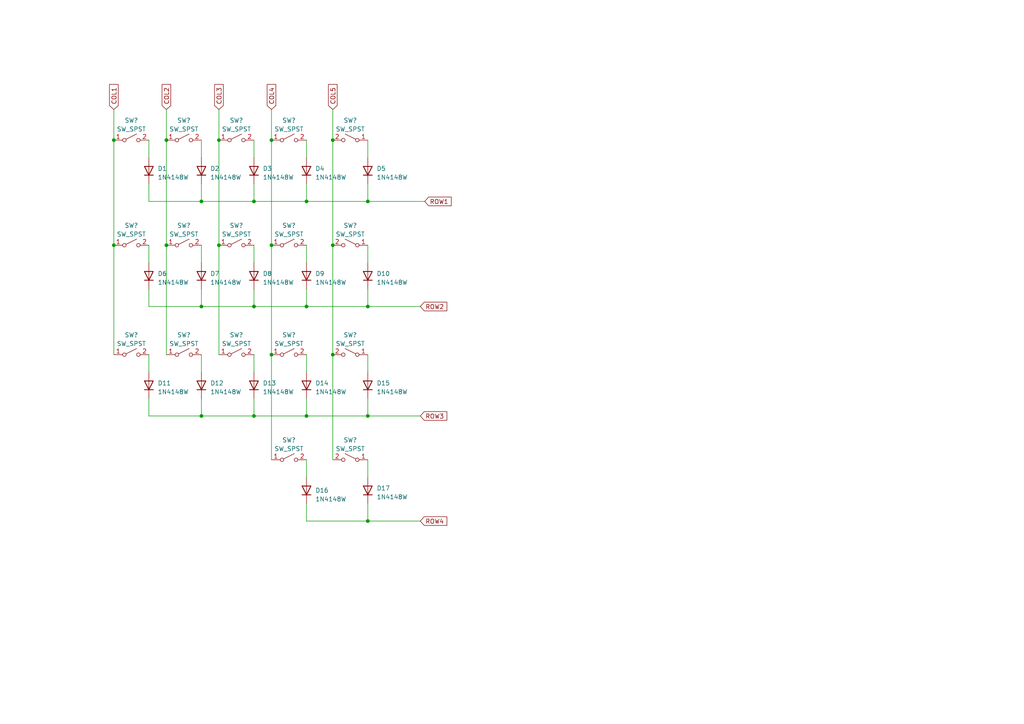
<source format=kicad_sch>
(kicad_sch (version 20230121) (generator eeschema)
  (paper "A4")
  (lib_symbols
    (symbol "Diode:1N4148W" (pin_numbers hide) (pin_names hide)
      (property "Reference" "D" (at 0 2.54 0))
      (property "Value" "1N4148W" (at 0 -2.54 0))
      (symbol "1N4148W_0_1"
        (polyline (pts (xy -1.27 1.27) (xy -1.27 -1.27)) (stroke (width 0.254)))
        (polyline (pts (xy 1.27 0) (xy -1.27 0)))
        (polyline (pts (xy 1.27 1.27) (xy 1.27 -1.27) (xy -1.27 0) (xy 1.27 1.27)) (stroke (width 0.254)))
      )
      (symbol "1N4148W_1_1"
        (pin passive line (at -3.81 0 0) (length 2.54) (name "K") (number "1"))
        (pin passive line (at 3.81 0 180) (length 2.54) (name "A") (number "2"))
      )
    )
    (symbol "Switch:SW_SPST" (pin_names (offset 0) hide)
      (property "Reference" "SW" (at 0 3.175 0))
      (property "Value" "SW_SPST" (at 0 -2.54 0))
      (symbol "SW_SPST_0_0"
        (circle (center -2.032 0) (radius 0.508))
        (polyline (pts (xy -1.524 0.254) (xy 1.524 1.778)))
        (circle (center 2.032 0) (radius 0.508))
      )
      (symbol "SW_SPST_1_1"
        (pin passive line (at -5.08 0 0) (length 2.54) (name "A") (number "1"))
        (pin passive line (at 5.08 0 180) (length 2.54) (name "B") (number "2"))
      )
    )
  )
  (junction (at 96.52 71.12))
  (junction (at 73.66 120.65))
  (junction (at 58.42 88.9))
  (junction (at 63.5 71.12))
  (junction (at 88.9 88.9))
  (junction (at 33.02 40.64))
  (junction (at 106.68 88.9))
  (junction (at 96.52 40.64))
  (junction (at 88.9 120.65))
  (junction (at 106.68 120.65))
  (junction (at 73.66 88.9))
  (junction (at 78.74 102.87))
  (junction (at 58.42 120.65))
  (junction (at 33.02 71.12))
  (junction (at 88.9 58.42))
  (junction (at 63.5 40.64))
  (junction (at 48.26 71.12))
  (junction (at 78.74 71.12))
  (junction (at 73.66 58.42))
  (junction (at 48.26 40.64))
  (junction (at 106.68 58.42))
  (junction (at 96.52 102.87))
  (junction (at 78.74 40.64))
  (junction (at 58.42 58.42))
  (junction (at 106.68 151.13))
  (wire (pts (xy 106.68 83.82) (xy 106.68 88.9)))
  (wire (pts (xy 43.18 58.42) (xy 58.42 58.42)))
  (wire (pts (xy 43.18 102.87) (xy 43.18 107.95)))
  (wire (pts (xy 58.42 102.87) (xy 58.42 107.95)))
  (wire (pts (xy 78.74 40.64) (xy 78.74 71.12)))
  (wire (pts (xy 48.26 31.75) (xy 48.26 40.64)))
  (wire (pts (xy 106.68 53.34) (xy 106.68 58.42)))
  (wire (pts (xy 106.68 151.13) (xy 121.92 151.13)))
  (wire (pts (xy 73.66 71.12) (xy 73.66 76.2)))
  (wire (pts (xy 43.18 40.64) (xy 43.18 45.72)))
  (wire (pts (xy 58.42 71.12) (xy 58.42 76.2)))
  (wire (pts (xy 33.02 31.75) (xy 33.02 40.64)))
  (wire (pts (xy 43.18 71.12) (xy 43.18 76.2)))
  (wire (pts (xy 106.68 133.35) (xy 106.68 138.43)))
  (wire (pts (xy 78.74 31.75) (xy 78.74 40.64)))
  (wire (pts (xy 88.9 146.05) (xy 88.9 151.13)))
  (wire (pts (xy 73.66 58.42) (xy 73.66 53.34)))
  (wire (pts (xy 96.52 40.64) (xy 96.52 71.12)))
  (wire (pts (xy 58.42 58.42) (xy 58.42 53.34)))
  (wire (pts (xy 58.42 88.9) (xy 58.42 83.82)))
  (wire (pts (xy 88.9 58.42) (xy 73.66 58.42)))
  (wire (pts (xy 88.9 71.12) (xy 88.9 76.2)))
  (wire (pts (xy 73.66 40.64) (xy 73.66 45.72)))
  (wire (pts (xy 96.52 31.75) (xy 96.52 40.64)))
  (wire (pts (xy 106.68 88.9) (xy 88.9 88.9)))
  (wire (pts (xy 106.68 115.57) (xy 106.68 120.65)))
  (wire (pts (xy 58.42 120.65) (xy 73.66 120.65)))
  (wire (pts (xy 106.68 40.64) (xy 106.68 45.72)))
  (wire (pts (xy 106.68 88.9) (xy 121.92 88.9)))
  (wire (pts (xy 73.66 88.9) (xy 73.66 83.82)))
  (wire (pts (xy 63.5 40.64) (xy 63.5 71.12)))
  (wire (pts (xy 63.5 71.12) (xy 63.5 102.87)))
  (wire (pts (xy 43.18 88.9) (xy 58.42 88.9)))
  (wire (pts (xy 88.9 53.34) (xy 88.9 58.42)))
  (wire (pts (xy 58.42 40.64) (xy 58.42 45.72)))
  (wire (pts (xy 88.9 133.35) (xy 88.9 138.43)))
  (wire (pts (xy 88.9 120.65) (xy 73.66 120.65)))
  (wire (pts (xy 88.9 40.64) (xy 88.9 45.72)))
  (wire (pts (xy 106.68 120.65) (xy 88.9 120.65)))
  (wire (pts (xy 33.02 40.64) (xy 33.02 71.12)))
  (wire (pts (xy 88.9 102.87) (xy 88.9 107.95)))
  (wire (pts (xy 48.26 71.12) (xy 48.26 102.87)))
  (wire (pts (xy 43.18 53.34) (xy 43.18 58.42)))
  (wire (pts (xy 58.42 58.42) (xy 73.66 58.42)))
  (wire (pts (xy 106.68 120.65) (xy 121.92 120.65)))
  (wire (pts (xy 88.9 115.57) (xy 88.9 120.65)))
  (wire (pts (xy 96.52 102.87) (xy 96.52 133.35)))
  (wire (pts (xy 106.68 151.13) (xy 106.68 146.05)))
  (wire (pts (xy 106.68 58.42) (xy 123.19 58.42)))
  (wire (pts (xy 73.66 102.87) (xy 73.66 107.95)))
  (wire (pts (xy 63.5 31.75) (xy 63.5 40.64)))
  (wire (pts (xy 33.02 71.12) (xy 33.02 102.87)))
  (wire (pts (xy 73.66 120.65) (xy 73.66 115.57)))
  (wire (pts (xy 96.52 71.12) (xy 96.52 102.87)))
  (wire (pts (xy 43.18 120.65) (xy 58.42 120.65)))
  (wire (pts (xy 106.68 102.87) (xy 106.68 107.95)))
  (wire (pts (xy 88.9 88.9) (xy 73.66 88.9)))
  (wire (pts (xy 88.9 151.13) (xy 106.68 151.13)))
  (wire (pts (xy 78.74 71.12) (xy 78.74 102.87)))
  (wire (pts (xy 58.42 88.9) (xy 73.66 88.9)))
  (wire (pts (xy 88.9 83.82) (xy 88.9 88.9)))
  (wire (pts (xy 43.18 83.82) (xy 43.18 88.9)))
  (wire (pts (xy 78.74 102.87) (xy 78.74 133.35)))
  (wire (pts (xy 48.26 40.64) (xy 48.26 71.12)))
  (wire (pts (xy 58.42 120.65) (xy 58.42 115.57)))
  (wire (pts (xy 106.68 58.42) (xy 88.9 58.42)))
  (wire (pts (xy 43.18 115.57) (xy 43.18 120.65)))
  (wire (pts (xy 106.68 71.12) (xy 106.68 76.2)))
  (global_label "COL4" (shape input) (at 78.74 31.75 90) (property "Intersheetrefs" "${INTERSHEET_REFS}" (effects hide)))
  (global_label "ROW1" (shape input) (at 123.19 58.42 0) (property "Intersheetrefs" "${INTERSHEET_REFS}" (effects hide)))
  (global_label "ROW2" (shape input) (at 121.92 88.9 0) (property "Intersheetrefs" "${INTERSHEET_REFS}" (effects hide)))
  (global_label "COL2" (shape input) (at 48.26 31.75 90) (property "Intersheetrefs" "${INTERSHEET_REFS}" (effects hide)))
  (global_label "COL3" (shape input) (at 63.5 31.75 90) (property "Intersheetrefs" "${INTERSHEET_REFS}" (effects hide)))
  (global_label "COL5" (shape input) (at 96.52 31.75 90) (property "Intersheetrefs" "${INTERSHEET_REFS}" (effects hide)))
  (global_label "COL1" (shape input) (at 33.02 31.75 90) (property "Intersheetrefs" "${INTERSHEET_REFS}" (effects hide)))
  (global_label "ROW3" (shape input) (at 121.92 120.65 0) (property "Intersheetrefs" "${INTERSHEET_REFS}" (effects hide)))
  (global_label "ROW4" (shape input) (at 121.92 151.13 0) (property "Intersheetrefs" "${INTERSHEET_REFS}" (effects hide)))
  (symbol (lib_id "Diode:1N4148W") (at 88.9 49.53 90) (unit 1)
    (property "Reference" "D4" (at 91.44 48.895 90) (effects (justify right)))
    (property "Value" "1N4148W" (at 91.44 51.435 90) (effects (justify right)))
    (property "Footprint" "Diode_SMD:D_SOD-123" (effects hide))
    (property "Datasheet" "https://www.vishay.com/docs/85748/1n4148w.pdf" (effects hide))
    (property "Sim.Device" "D" (effects hide))
    (property "Sim.Pins" "1=K 2=A" (effects hide))
  )
  (symbol (lib_id "Diode:1N4148W") (at 106.68 49.53 90) (unit 1)
    (property "Reference" "D5" (at 109.22 48.895 90) (effects (justify right)))
    (property "Value" "1N4148W" (at 109.22 51.435 90) (effects (justify right)))
    (property "Footprint" "Diode_SMD:D_SOD-123" (effects hide))
    (property "Datasheet" "https://www.vishay.com/docs/85748/1n4148w.pdf" (effects hide))
    (property "Sim.Device" "D" (effects hide))
    (property "Sim.Pins" "1=K 2=A" (effects hide))
  )
  (symbol (lib_id "Switch:SW_SPST") (at 68.58 40.64 0) (unit 1)
    (property "Reference" "SW?" (at 68.58 34.925 0))
    (property "Value" "SW_SPST" (at 68.58 37.465 0))
    (property "Footprint" "keyswitches:SW_MX_reversible" (effects hide))
    (instances (project "pas_chiffre" (path "" (reference "SW?") (unit 1)) (path "" (reference "SW3") (unit 1))))
  )
  (symbol (lib_id "Diode:1N4148W") (at 73.66 111.76 90) (unit 1)
    (property "Reference" "D13" (at 76.2 111.125 90) (effects (justify right)))
    (property "Value" "1N4148W" (at 76.2 113.665 90) (effects (justify right)))
    (property "Footprint" "Diode_SMD:D_SOD-123" (effects hide))
    (property "Datasheet" "https://www.vishay.com/docs/85748/1n4148w.pdf" (effects hide))
    (property "Sim.Device" "D" (effects hide))
    (property "Sim.Pins" "1=K 2=A" (effects hide))
  )
  (symbol (lib_id "Diode:1N4148W") (at 58.42 49.53 90) (unit 1)
    (property "Reference" "D2" (at 60.96 48.895 90) (effects (justify right)))
    (property "Value" "1N4148W" (at 60.96 51.435 90) (effects (justify right)))
    (property "Footprint" "Diode_SMD:D_SOD-123" (effects hide))
    (property "Datasheet" "https://www.vishay.com/docs/85748/1n4148w.pdf" (effects hide))
    (property "Sim.Device" "D" (effects hide))
    (property "Sim.Pins" "1=K 2=A" (effects hide))
  )
  (symbol (lib_id "Switch:SW_SPST") (at 101.6 40.64 0) (mirror y) (unit 1)
    (property "Reference" "SW?" (at 101.6 34.925 0))
    (property "Value" "SW_SPST" (at 101.6 37.465 0))
    (property "Footprint" "keyswitches:SW_MX_reversible" (effects hide))
    (instances (project "pas_chiffre" (path "" (reference "SW?") (unit 1)) (path "" (reference "SW5") (unit 1))))
  )
  (symbol (lib_id "Switch:SW_SPST") (at 83.82 133.35 0) (unit 1)
    (property "Reference" "SW?" (at 83.82 127.635 0))
    (property "Value" "SW_SPST" (at 83.82 130.175 0))
    (property "Footprint" "keyswitches:SW_MX_reversible" (effects hide))
    (instances (project "pas_chiffre" (path "" (reference "SW?") (unit 1)) (path "" (reference "SW16") (unit 1))))
  )
  (symbol (lib_id "Diode:1N4148W") (at 43.18 111.76 90) (unit 1)
    (property "Reference" "D11" (at 45.72 111.125 90) (effects (justify right)))
    (property "Value" "1N4148W" (at 45.72 113.665 90) (effects (justify right)))
    (property "Footprint" "Diode_SMD:D_SOD-123" (effects hide))
    (property "Datasheet" "https://www.vishay.com/docs/85748/1n4148w.pdf" (effects hide))
    (property "Sim.Device" "D" (effects hide))
    (property "Sim.Pins" "1=K 2=A" (effects hide))
  )
  (symbol (lib_id "Diode:1N4148W") (at 73.66 80.01 90) (unit 1)
    (property "Reference" "D8" (at 76.2 79.375 90) (effects (justify right)))
    (property "Value" "1N4148W" (at 76.2 81.915 90) (effects (justify right)))
    (property "Footprint" "Diode_SMD:D_SOD-123" (effects hide))
    (property "Datasheet" "https://www.vishay.com/docs/85748/1n4148w.pdf" (effects hide))
    (property "Sim.Device" "D" (effects hide))
    (property "Sim.Pins" "1=K 2=A" (effects hide))
  )
  (symbol (lib_id "Diode:1N4148W") (at 43.18 49.53 90) (unit 1)
    (property "Reference" "D1" (at 45.72 48.895 90) (effects (justify right)))
    (property "Value" "1N4148W" (at 45.72 51.435 90) (effects (justify right)))
    (property "Footprint" "Diode_SMD:D_SOD-123" (effects hide))
    (property "Datasheet" "https://www.vishay.com/docs/85748/1n4148w.pdf" (effects hide))
    (property "Sim.Device" "D" (effects hide))
    (property "Sim.Pins" "1=K 2=A" (effects hide))
  )
  (symbol (lib_id "Diode:1N4148W") (at 73.66 49.53 90) (unit 1)
    (property "Reference" "D3" (at 76.2 48.895 90) (effects (justify right)))
    (property "Value" "1N4148W" (at 76.2 51.435 90) (effects (justify right)))
    (property "Footprint" "Diode_SMD:D_SOD-123" (effects hide))
    (property "Datasheet" "https://www.vishay.com/docs/85748/1n4148w.pdf" (effects hide))
    (property "Sim.Device" "D" (effects hide))
    (property "Sim.Pins" "1=K 2=A" (effects hide))
  )
  (symbol (lib_id "Switch:SW_SPST") (at 83.82 102.87 0) (unit 1)
    (property "Reference" "SW?" (at 83.82 97.155 0))
    (property "Value" "SW_SPST" (at 83.82 99.695 0))
    (property "Footprint" "keyswitches:SW_MX_reversible" (effects hide))
    (instances (project "pas_chiffre" (path "" (reference "SW?") (unit 1)) (path "" (reference "SW14") (unit 1))))
  )
  (symbol (lib_id "Switch:SW_SPST") (at 53.34 40.64 0) (unit 1)
    (property "Reference" "SW?" (at 53.34 34.925 0))
    (property "Value" "SW_SPST" (at 53.34 37.465 0))
    (property "Footprint" "keyswitches:SW_MX_reversible" (effects hide))
    (instances (project "pas_chiffre" (path "" (reference "SW?") (unit 1)) (path "" (reference "SW2") (unit 1))))
  )
  (symbol (lib_id "Switch:SW_SPST") (at 83.82 40.64 0) (unit 1)
    (property "Reference" "SW?" (at 83.82 34.925 0))
    (property "Value" "SW_SPST" (at 83.82 37.465 0))
    (property "Footprint" "keyswitches:SW_MX_reversible" (effects hide))
    (instances (project "pas_chiffre" (path "" (reference "SW?") (unit 1)) (path "" (reference "SW4") (unit 1))))
  )
  (symbol (lib_id "Diode:1N4148W") (at 106.68 80.01 90) (unit 1)
    (property "Reference" "D10" (at 109.22 79.375 90) (effects (justify right)))
    (property "Value" "1N4148W" (at 109.22 81.915 90) (effects (justify right)))
    (property "Footprint" "Diode_SMD:D_SOD-123" (effects hide))
    (property "Datasheet" "https://www.vishay.com/docs/85748/1n4148w.pdf" (effects hide))
    (property "Sim.Device" "D" (effects hide))
    (property "Sim.Pins" "1=K 2=A" (effects hide))
  )
  (symbol (lib_id "Diode:1N4148W") (at 58.42 80.01 90) (unit 1)
    (property "Reference" "D7" (at 60.96 79.375 90) (effects (justify right)))
    (property "Value" "1N4148W" (at 60.96 81.915 90) (effects (justify right)))
    (property "Footprint" "Diode_SMD:D_SOD-123" (effects hide))
    (property "Datasheet" "https://www.vishay.com/docs/85748/1n4148w.pdf" (effects hide))
    (property "Sim.Device" "D" (effects hide))
    (property "Sim.Pins" "1=K 2=A" (effects hide))
  )
  (symbol (lib_id "Switch:SW_SPST") (at 53.34 102.87 0) (unit 1)
    (property "Reference" "SW?" (at 53.34 97.155 0))
    (property "Value" "SW_SPST" (at 53.34 99.695 0))
    (property "Footprint" "keyswitches:SW_MX_reversible" (effects hide))
    (instances (project "pas_chiffre" (path "" (reference "SW?") (unit 1)) (path "" (reference "SW12") (unit 1))))
  )
  (symbol (lib_id "Switch:SW_SPST") (at 101.6 71.12 0) (mirror y) (unit 1)
    (property "Reference" "SW?" (at 101.6 65.405 0))
    (property "Value" "SW_SPST" (at 101.6 67.945 0))
    (property "Footprint" "keyswitches:SW_MX_reversible" (effects hide))
    (instances (project "pas_chiffre" (path "" (reference "SW?") (unit 1)) (path "" (reference "SW10") (unit 1))))
  )
  (symbol (lib_id "Diode:1N4148W") (at 106.68 111.76 90) (unit 1)
    (property "Reference" "D15" (at 109.22 111.125 90) (effects (justify right)))
    (property "Value" "1N4148W" (at 109.22 113.665 90) (effects (justify right)))
    (property "Footprint" "Diode_SMD:D_SOD-123" (effects hide))
    (property "Datasheet" "https://www.vishay.com/docs/85748/1n4148w.pdf" (effects hide))
    (property "Sim.Device" "D" (effects hide))
    (property "Sim.Pins" "1=K 2=A" (effects hide))
  )
  (symbol (lib_id "Switch:SW_SPST") (at 68.58 71.12 0) (unit 1)
    (property "Reference" "SW?" (at 68.58 65.405 0))
    (property "Value" "SW_SPST" (at 68.58 67.945 0))
    (property "Footprint" "keyswitches:SW_MX_reversible" (effects hide))
    (instances (project "pas_chiffre" (path "" (reference "SW?") (unit 1)) (path "" (reference "SW8") (unit 1))))
  )
  (symbol (lib_id "Switch:SW_SPST") (at 38.1 71.12 0) (unit 1)
    (property "Reference" "SW?" (at 38.1 65.405 0))
    (property "Value" "SW_SPST" (at 38.1 67.945 0))
    (property "Footprint" "keyswitches:SW_MX_reversible" (effects hide))
    (instances (project "pas_chiffre" (path "" (reference "SW?") (unit 1)) (path "" (reference "SW6") (unit 1))))
  )
  (symbol (lib_id "Switch:SW_SPST") (at 38.1 40.64 0) (unit 1)
    (property "Reference" "SW?" (at 38.1 34.925 0))
    (property "Value" "SW_SPST" (at 38.1 37.465 0))
    (property "Footprint" "keyswitches:SW_MX_reversible" (effects hide))
    (instances (project "pas_chiffre" (path "" (reference "SW?") (unit 1)) (path "" (reference "SW1") (unit 1))))
  )
  (symbol (lib_id "Switch:SW_SPST") (at 101.6 102.87 0) (mirror y) (unit 1)
    (property "Reference" "SW?" (at 101.6 97.155 0))
    (property "Value" "SW_SPST" (at 101.6 99.695 0))
    (property "Footprint" "keyswitches:SW_MX_reversible" (effects hide))
    (instances (project "pas_chiffre" (path "" (reference "SW?") (unit 1)) (path "" (reference "SW15") (unit 1))))
  )
  (symbol (lib_id "Switch:SW_SPST") (at 68.58 102.87 0) (unit 1)
    (property "Reference" "SW?" (at 68.58 97.155 0))
    (property "Value" "SW_SPST" (at 68.58 99.695 0))
    (property "Footprint" "keyswitches:SW_MX_reversible" (effects hide))
    (instances (project "pas_chiffre" (path "" (reference "SW?") (unit 1)) (path "" (reference "SW13") (unit 1))))
  )
  (symbol (lib_id "Diode:1N4148W") (at 88.9 142.24 90) (unit 1)
    (property "Reference" "D16" (at 91.44 142.24 90) (effects (justify right)))
    (property "Value" "1N4148W" (at 91.44 144.78 90) (effects (justify right)))
    (property "Footprint" "Diode_SMD:D_SOD-123" (effects hide))
    (property "Datasheet" "https://www.vishay.com/docs/85748/1n4148w.pdf" (effects hide))
    (property "Sim.Device" "D" (effects hide))
    (property "Sim.Pins" "1=K 2=A" (effects hide))
  )
  (symbol (lib_id "Switch:SW_SPST") (at 83.82 71.12 0) (unit 1)
    (property "Reference" "SW?" (at 83.82 65.405 0))
    (property "Value" "SW_SPST" (at 83.82 67.945 0))
    (property "Footprint" "keyswitches:SW_MX_reversible" (effects hide))
    (instances (project "pas_chiffre" (path "" (reference "SW?") (unit 1)) (path "" (reference "SW9") (unit 1))))
  )
  (symbol (lib_id "Diode:1N4148W") (at 58.42 111.76 90) (unit 1)
    (property "Reference" "D12" (at 60.96 111.125 90) (effects (justify right)))
    (property "Value" "1N4148W" (at 60.96 113.665 90) (effects (justify right)))
    (property "Footprint" "Diode_SMD:D_SOD-123" (effects hide))
    (property "Datasheet" "https://www.vishay.com/docs/85748/1n4148w.pdf" (effects hide))
    (property "Sim.Device" "D" (effects hide))
    (property "Sim.Pins" "1=K 2=A" (effects hide))
  )
  (symbol (lib_id "Diode:1N4148W") (at 43.18 80.01 90) (unit 1)
    (property "Reference" "D6" (at 45.72 79.375 90) (effects (justify right)))
    (property "Value" "1N4148W" (at 45.72 81.915 90) (effects (justify right)))
    (property "Footprint" "Diode_SMD:D_SOD-123" (effects hide))
    (property "Datasheet" "https://www.vishay.com/docs/85748/1n4148w.pdf" (effects hide))
    (property "Sim.Device" "D" (effects hide))
    (property "Sim.Pins" "1=K 2=A" (effects hide))
  )
  (symbol (lib_id "Diode:1N4148W") (at 106.68 142.24 90) (unit 1)
    (property "Reference" "D17" (at 109.22 141.605 90) (effects (justify right)))
    (property "Value" "1N4148W" (at 109.22 144.145 90) (effects (justify right)))
    (property "Footprint" "Diode_SMD:D_SOD-123" (effects hide))
    (property "Datasheet" "https://www.vishay.com/docs/85748/1n4148w.pdf" (effects hide))
    (property "Sim.Device" "D" (effects hide))
    (property "Sim.Pins" "1=K 2=A" (effects hide))
  )
  (symbol (lib_id "Switch:SW_SPST") (at 38.1 102.87 0) (unit 1)
    (property "Reference" "SW?" (at 38.1 97.155 0))
    (property "Value" "SW_SPST" (at 38.1 99.695 0))
    (property "Footprint" "keyswitches:SW_MX_reversible" (effects hide))
    (instances (project "pas_chiffre" (path "" (reference "SW?") (unit 1)) (path "" (reference "SW11") (unit 1))))
  )
  (symbol (lib_id "Switch:SW_SPST") (at 53.34 71.12 0) (unit 1)
    (property "Reference" "SW?" (at 53.34 65.405 0))
    (property "Value" "SW_SPST" (at 53.34 67.945 0))
    (property "Footprint" "keyswitches:SW_MX_reversible" (effects hide))
    (instances (project "pas_chiffre" (path "" (reference "SW?") (unit 1)) (path "" (reference "SW7") (unit 1))))
  )
  (symbol (lib_id "Switch:SW_SPST") (at 101.6 133.35 0) (mirror y) (unit 1)
    (property "Reference" "SW?" (at 101.6 127.635 0))
    (property "Value" "SW_SPST" (at 101.6 130.175 0))
    (property "Footprint" "keyswitches:SW_MX_reversible" (effects hide))
    (instances (project "pas_chiffre" (path "" (reference "SW?") (unit 1)) (path "" (reference "SW17") (unit 1))))
  )
  (symbol (lib_id "Diode:1N4148W") (at 88.9 80.01 90) (unit 1)
    (property "Reference" "D9" (at 91.44 79.375 90) (effects (justify right)))
    (property "Value" "1N4148W" (at 91.44 81.915 90) (effects (justify right)))
    (property "Footprint" "Diode_SMD:D_SOD-123" (effects hide))
    (property "Datasheet" "https://www.vishay.com/docs/85748/1n4148w.pdf" (effects hide))
    (property "Sim.Device" "D" (effects hide))
    (property "Sim.Pins" "1=K 2=A" (effects hide))
  )
  (symbol (lib_id "Diode:1N4148W") (at 88.9 111.76 90) (unit 1)
    (property "Reference" "D14" (at 91.44 111.125 90) (effects (justify right)))
    (property "Value" "1N4148W" (at 91.44 113.665 90) (effects (justify right)))
    (property "Footprint" "Diode_SMD:D_SOD-123" (effects hide))
    (property "Datasheet" "https://www.vishay.com/docs/85748/1n4148w.pdf" (effects hide))
    (property "Sim.Device" "D" (effects hide))
    (property "Sim.Pins" "1=K 2=A" (effects hide))
  )
)
</source>
